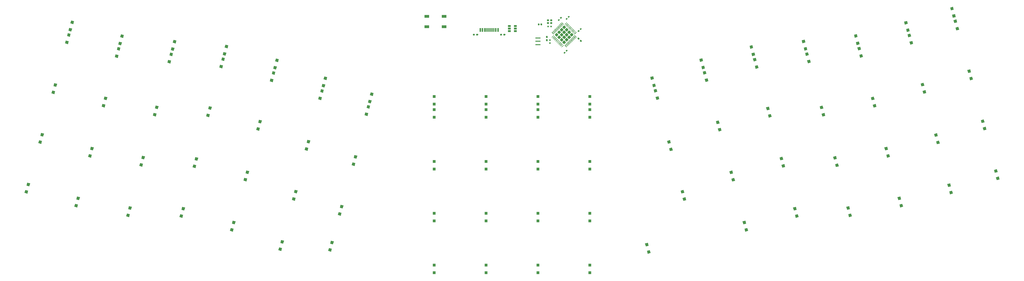
<source format=gtp>
G04 #@! TF.GenerationSoftware,KiCad,Pcbnew,(5.1.10)-1*
G04 #@! TF.CreationDate,2021-09-20T10:21:43+01:00*
G04 #@! TF.ProjectId,superlyra,73757065-726c-4797-9261-2e6b69636164,0.1*
G04 #@! TF.SameCoordinates,Original*
G04 #@! TF.FileFunction,Paste,Top*
G04 #@! TF.FilePolarity,Positive*
%FSLAX46Y46*%
G04 Gerber Fmt 4.6, Leading zero omitted, Abs format (unit mm)*
G04 Created by KiCad (PCBNEW (5.1.10)-1) date 2021-09-20 10:21:43*
%MOMM*%
%LPD*%
G01*
G04 APERTURE LIST*
%ADD10R,1.060000X0.650000*%
%ADD11C,0.100000*%
%ADD12R,0.600000X0.500000*%
%ADD13R,0.300000X1.450000*%
%ADD14R,0.600000X1.450000*%
%ADD15R,1.700000X1.000000*%
%ADD16R,1.100000X1.100000*%
%ADD17R,0.500000X0.600000*%
%ADD18R,1.900000X0.400000*%
G04 APERTURE END LIST*
G04 #@! TO.C,R3*
G36*
G01*
X230980000Y-85024000D02*
X231300000Y-85024000D01*
G75*
G02*
X231460000Y-85184000I0J-160000D01*
G01*
X231460000Y-85579000D01*
G75*
G02*
X231300000Y-85739000I-160000J0D01*
G01*
X230980000Y-85739000D01*
G75*
G02*
X230820000Y-85579000I0J160000D01*
G01*
X230820000Y-85184000D01*
G75*
G02*
X230980000Y-85024000I160000J0D01*
G01*
G37*
G36*
G01*
X230980000Y-86219000D02*
X231300000Y-86219000D01*
G75*
G02*
X231460000Y-86379000I0J-160000D01*
G01*
X231460000Y-86774000D01*
G75*
G02*
X231300000Y-86934000I-160000J0D01*
G01*
X230980000Y-86934000D01*
G75*
G02*
X230820000Y-86774000I0J160000D01*
G01*
X230820000Y-86379000D01*
G75*
G02*
X230980000Y-86219000I160000J0D01*
G01*
G37*
G04 #@! TD*
D10*
G04 #@! TO.C,U2*
X217340000Y-81346000D03*
X217340000Y-82296000D03*
X217340000Y-83246000D03*
X219540000Y-83246000D03*
X219540000Y-81346000D03*
X219540000Y-82296000D03*
G04 #@! TD*
D11*
G04 #@! TO.C,C2*
G36*
X238345736Y-79077818D02*
G01*
X237992182Y-78724264D01*
X238416446Y-78300000D01*
X238770000Y-78653554D01*
X238345736Y-79077818D01*
G37*
G36*
X239123554Y-78300000D02*
G01*
X238770000Y-77946446D01*
X239194264Y-77522182D01*
X239547818Y-77875736D01*
X239123554Y-78300000D01*
G37*
G04 #@! TD*
G04 #@! TO.C,C3*
G36*
X243513554Y-82830000D02*
G01*
X243160000Y-82476446D01*
X243584264Y-82052182D01*
X243937818Y-82405736D01*
X243513554Y-82830000D01*
G37*
G36*
X242735736Y-83607818D02*
G01*
X242382182Y-83254264D01*
X242806446Y-82830000D01*
X243160000Y-83183554D01*
X242735736Y-83607818D01*
G37*
G04 #@! TD*
G04 #@! TO.C,C4*
G36*
X238454264Y-89982182D02*
G01*
X238807818Y-90335736D01*
X238383554Y-90760000D01*
X238030000Y-90406446D01*
X238454264Y-89982182D01*
G37*
G36*
X237676446Y-90760000D02*
G01*
X238030000Y-91113554D01*
X237605736Y-91537818D01*
X237252182Y-91184264D01*
X237676446Y-90760000D01*
G37*
G04 #@! TD*
D12*
G04 #@! TO.C,C5*
X231606000Y-81534000D03*
X232706000Y-81534000D03*
G04 #@! TD*
G04 #@! TO.C,R1*
G36*
G01*
X233111000Y-80104000D02*
X233111000Y-80424000D01*
G75*
G02*
X232951000Y-80584000I-160000J0D01*
G01*
X232556000Y-80584000D01*
G75*
G02*
X232396000Y-80424000I0J160000D01*
G01*
X232396000Y-80104000D01*
G75*
G02*
X232556000Y-79944000I160000J0D01*
G01*
X232951000Y-79944000D01*
G75*
G02*
X233111000Y-80104000I0J-160000D01*
G01*
G37*
G36*
G01*
X231916000Y-80104000D02*
X231916000Y-80424000D01*
G75*
G02*
X231756000Y-80584000I-160000J0D01*
G01*
X231361000Y-80584000D01*
G75*
G02*
X231201000Y-80424000I0J160000D01*
G01*
X231201000Y-80104000D01*
G75*
G02*
X231361000Y-79944000I160000J0D01*
G01*
X231756000Y-79944000D01*
G75*
G02*
X231916000Y-80104000I0J-160000D01*
G01*
G37*
G04 #@! TD*
G04 #@! TO.C,R2*
G36*
G01*
X233111000Y-79088000D02*
X233111000Y-79408000D01*
G75*
G02*
X232951000Y-79568000I-160000J0D01*
G01*
X232556000Y-79568000D01*
G75*
G02*
X232396000Y-79408000I0J160000D01*
G01*
X232396000Y-79088000D01*
G75*
G02*
X232556000Y-78928000I160000J0D01*
G01*
X232951000Y-78928000D01*
G75*
G02*
X233111000Y-79088000I0J-160000D01*
G01*
G37*
G36*
G01*
X231916000Y-79088000D02*
X231916000Y-79408000D01*
G75*
G02*
X231756000Y-79568000I-160000J0D01*
G01*
X231361000Y-79568000D01*
G75*
G02*
X231201000Y-79408000I0J160000D01*
G01*
X231201000Y-79088000D01*
G75*
G02*
X231361000Y-78928000I160000J0D01*
G01*
X231756000Y-78928000D01*
G75*
G02*
X231916000Y-79088000I0J-160000D01*
G01*
G37*
G04 #@! TD*
G04 #@! TO.C,R4*
G36*
G01*
X243978424Y-86962150D02*
X243752150Y-87188424D01*
G75*
G02*
X243525876Y-87188424I-113137J113137D01*
G01*
X243246568Y-86909116D01*
G75*
G02*
X243246568Y-86682842I113137J113137D01*
G01*
X243472842Y-86456568D01*
G75*
G02*
X243699116Y-86456568I113137J-113137D01*
G01*
X243978424Y-86735876D01*
G75*
G02*
X243978424Y-86962150I-113137J-113137D01*
G01*
G37*
G36*
G01*
X243133432Y-86117158D02*
X242907158Y-86343432D01*
G75*
G02*
X242680884Y-86343432I-113137J113137D01*
G01*
X242401576Y-86064124D01*
G75*
G02*
X242401576Y-85837850I113137J113137D01*
G01*
X242627850Y-85611576D01*
G75*
G02*
X242854124Y-85611576I113137J-113137D01*
G01*
X243133432Y-85890884D01*
G75*
G02*
X243133432Y-86117158I-113137J-113137D01*
G01*
G37*
G04 #@! TD*
G04 #@! TO.C,R5*
G36*
G01*
X215895000Y-84370000D02*
X215895000Y-84690000D01*
G75*
G02*
X215735000Y-84850000I-160000J0D01*
G01*
X215340000Y-84850000D01*
G75*
G02*
X215180000Y-84690000I0J160000D01*
G01*
X215180000Y-84370000D01*
G75*
G02*
X215340000Y-84210000I160000J0D01*
G01*
X215735000Y-84210000D01*
G75*
G02*
X215895000Y-84370000I0J-160000D01*
G01*
G37*
G36*
G01*
X214700000Y-84370000D02*
X214700000Y-84690000D01*
G75*
G02*
X214540000Y-84850000I-160000J0D01*
G01*
X214145000Y-84850000D01*
G75*
G02*
X213985000Y-84690000I0J160000D01*
G01*
X213985000Y-84370000D01*
G75*
G02*
X214145000Y-84210000I160000J0D01*
G01*
X214540000Y-84210000D01*
G75*
G02*
X214700000Y-84370000I0J-160000D01*
G01*
G37*
G04 #@! TD*
G04 #@! TO.C,R6*
G36*
G01*
X205190000Y-84700000D02*
X205190000Y-84380000D01*
G75*
G02*
X205350000Y-84220000I160000J0D01*
G01*
X205745000Y-84220000D01*
G75*
G02*
X205905000Y-84380000I0J-160000D01*
G01*
X205905000Y-84700000D01*
G75*
G02*
X205745000Y-84860000I-160000J0D01*
G01*
X205350000Y-84860000D01*
G75*
G02*
X205190000Y-84700000I0J160000D01*
G01*
G37*
G36*
G01*
X203995000Y-84700000D02*
X203995000Y-84380000D01*
G75*
G02*
X204155000Y-84220000I160000J0D01*
G01*
X204550000Y-84220000D01*
G75*
G02*
X204710000Y-84380000I0J-160000D01*
G01*
X204710000Y-84700000D01*
G75*
G02*
X204550000Y-84860000I-160000J0D01*
G01*
X204155000Y-84860000D01*
G75*
G02*
X203995000Y-84700000I0J160000D01*
G01*
G37*
G04 #@! TD*
G04 #@! TO.C,U1*
G36*
G01*
X236924314Y-87162940D02*
X237313224Y-86774030D01*
G75*
G02*
X237666776Y-86774030I176776J-176776D01*
G01*
X238055686Y-87162940D01*
G75*
G02*
X238055686Y-87516492I-176776J-176776D01*
G01*
X237666776Y-87905402D01*
G75*
G02*
X237313224Y-87905402I-176776J176776D01*
G01*
X236924314Y-87516492D01*
G75*
G02*
X236924314Y-87162940I176776J176776D01*
G01*
G37*
G36*
G01*
X237843553Y-86243702D02*
X238232463Y-85854792D01*
G75*
G02*
X238586015Y-85854792I176776J-176776D01*
G01*
X238974925Y-86243702D01*
G75*
G02*
X238974925Y-86597254I-176776J-176776D01*
G01*
X238586015Y-86986164D01*
G75*
G02*
X238232463Y-86986164I-176776J176776D01*
G01*
X237843553Y-86597254D01*
G75*
G02*
X237843553Y-86243702I176776J176776D01*
G01*
G37*
G36*
G01*
X238762792Y-85324463D02*
X239151702Y-84935553D01*
G75*
G02*
X239505254Y-84935553I176776J-176776D01*
G01*
X239894164Y-85324463D01*
G75*
G02*
X239894164Y-85678015I-176776J-176776D01*
G01*
X239505254Y-86066925D01*
G75*
G02*
X239151702Y-86066925I-176776J176776D01*
G01*
X238762792Y-85678015D01*
G75*
G02*
X238762792Y-85324463I176776J176776D01*
G01*
G37*
G36*
G01*
X239682030Y-84405224D02*
X240070940Y-84016314D01*
G75*
G02*
X240424492Y-84016314I176776J-176776D01*
G01*
X240813402Y-84405224D01*
G75*
G02*
X240813402Y-84758776I-176776J-176776D01*
G01*
X240424492Y-85147686D01*
G75*
G02*
X240070940Y-85147686I-176776J176776D01*
G01*
X239682030Y-84758776D01*
G75*
G02*
X239682030Y-84405224I176776J176776D01*
G01*
G37*
G36*
G01*
X236005075Y-86243702D02*
X236393985Y-85854792D01*
G75*
G02*
X236747537Y-85854792I176776J-176776D01*
G01*
X237136447Y-86243702D01*
G75*
G02*
X237136447Y-86597254I-176776J-176776D01*
G01*
X236747537Y-86986164D01*
G75*
G02*
X236393985Y-86986164I-176776J176776D01*
G01*
X236005075Y-86597254D01*
G75*
G02*
X236005075Y-86243702I176776J176776D01*
G01*
G37*
G36*
G01*
X236924314Y-85324463D02*
X237313224Y-84935553D01*
G75*
G02*
X237666776Y-84935553I176776J-176776D01*
G01*
X238055686Y-85324463D01*
G75*
G02*
X238055686Y-85678015I-176776J-176776D01*
G01*
X237666776Y-86066925D01*
G75*
G02*
X237313224Y-86066925I-176776J176776D01*
G01*
X236924314Y-85678015D01*
G75*
G02*
X236924314Y-85324463I176776J176776D01*
G01*
G37*
G36*
G01*
X237843553Y-84405224D02*
X238232463Y-84016314D01*
G75*
G02*
X238586015Y-84016314I176776J-176776D01*
G01*
X238974925Y-84405224D01*
G75*
G02*
X238974925Y-84758776I-176776J-176776D01*
G01*
X238586015Y-85147686D01*
G75*
G02*
X238232463Y-85147686I-176776J176776D01*
G01*
X237843553Y-84758776D01*
G75*
G02*
X237843553Y-84405224I176776J176776D01*
G01*
G37*
G36*
G01*
X238762792Y-83485985D02*
X239151702Y-83097075D01*
G75*
G02*
X239505254Y-83097075I176776J-176776D01*
G01*
X239894164Y-83485985D01*
G75*
G02*
X239894164Y-83839537I-176776J-176776D01*
G01*
X239505254Y-84228447D01*
G75*
G02*
X239151702Y-84228447I-176776J176776D01*
G01*
X238762792Y-83839537D01*
G75*
G02*
X238762792Y-83485985I176776J176776D01*
G01*
G37*
G36*
G01*
X235085836Y-85324463D02*
X235474746Y-84935553D01*
G75*
G02*
X235828298Y-84935553I176776J-176776D01*
G01*
X236217208Y-85324463D01*
G75*
G02*
X236217208Y-85678015I-176776J-176776D01*
G01*
X235828298Y-86066925D01*
G75*
G02*
X235474746Y-86066925I-176776J176776D01*
G01*
X235085836Y-85678015D01*
G75*
G02*
X235085836Y-85324463I176776J176776D01*
G01*
G37*
G36*
G01*
X236005075Y-84405224D02*
X236393985Y-84016314D01*
G75*
G02*
X236747537Y-84016314I176776J-176776D01*
G01*
X237136447Y-84405224D01*
G75*
G02*
X237136447Y-84758776I-176776J-176776D01*
G01*
X236747537Y-85147686D01*
G75*
G02*
X236393985Y-85147686I-176776J176776D01*
G01*
X236005075Y-84758776D01*
G75*
G02*
X236005075Y-84405224I176776J176776D01*
G01*
G37*
G36*
G01*
X236924314Y-83485985D02*
X237313224Y-83097075D01*
G75*
G02*
X237666776Y-83097075I176776J-176776D01*
G01*
X238055686Y-83485985D01*
G75*
G02*
X238055686Y-83839537I-176776J-176776D01*
G01*
X237666776Y-84228447D01*
G75*
G02*
X237313224Y-84228447I-176776J176776D01*
G01*
X236924314Y-83839537D01*
G75*
G02*
X236924314Y-83485985I176776J176776D01*
G01*
G37*
G36*
G01*
X237843553Y-82566746D02*
X238232463Y-82177836D01*
G75*
G02*
X238586015Y-82177836I176776J-176776D01*
G01*
X238974925Y-82566746D01*
G75*
G02*
X238974925Y-82920298I-176776J-176776D01*
G01*
X238586015Y-83309208D01*
G75*
G02*
X238232463Y-83309208I-176776J176776D01*
G01*
X237843553Y-82920298D01*
G75*
G02*
X237843553Y-82566746I176776J176776D01*
G01*
G37*
G36*
G01*
X234166598Y-84405224D02*
X234555508Y-84016314D01*
G75*
G02*
X234909060Y-84016314I176776J-176776D01*
G01*
X235297970Y-84405224D01*
G75*
G02*
X235297970Y-84758776I-176776J-176776D01*
G01*
X234909060Y-85147686D01*
G75*
G02*
X234555508Y-85147686I-176776J176776D01*
G01*
X234166598Y-84758776D01*
G75*
G02*
X234166598Y-84405224I176776J176776D01*
G01*
G37*
G36*
G01*
X235085836Y-83485985D02*
X235474746Y-83097075D01*
G75*
G02*
X235828298Y-83097075I176776J-176776D01*
G01*
X236217208Y-83485985D01*
G75*
G02*
X236217208Y-83839537I-176776J-176776D01*
G01*
X235828298Y-84228447D01*
G75*
G02*
X235474746Y-84228447I-176776J176776D01*
G01*
X235085836Y-83839537D01*
G75*
G02*
X235085836Y-83485985I176776J176776D01*
G01*
G37*
G36*
G01*
X236005075Y-82566746D02*
X236393985Y-82177836D01*
G75*
G02*
X236747537Y-82177836I176776J-176776D01*
G01*
X237136447Y-82566746D01*
G75*
G02*
X237136447Y-82920298I-176776J-176776D01*
G01*
X236747537Y-83309208D01*
G75*
G02*
X236393985Y-83309208I-176776J176776D01*
G01*
X236005075Y-82920298D01*
G75*
G02*
X236005075Y-82566746I176776J176776D01*
G01*
G37*
G36*
G01*
X236924314Y-81647508D02*
X237313224Y-81258598D01*
G75*
G02*
X237666776Y-81258598I176776J-176776D01*
G01*
X238055686Y-81647508D01*
G75*
G02*
X238055686Y-82001060I-176776J-176776D01*
G01*
X237666776Y-82389970D01*
G75*
G02*
X237313224Y-82389970I-176776J176776D01*
G01*
X236924314Y-82001060D01*
G75*
G02*
X236924314Y-81647508I176776J176776D01*
G01*
G37*
G36*
G01*
X237657938Y-80701752D02*
X238329690Y-80030000D01*
G75*
G02*
X238418078Y-80030000I44194J-44194D01*
G01*
X238506466Y-80118388D01*
G75*
G02*
X238506466Y-80206776I-44194J-44194D01*
G01*
X237834714Y-80878528D01*
G75*
G02*
X237746326Y-80878528I-44194J44194D01*
G01*
X237657938Y-80790140D01*
G75*
G02*
X237657938Y-80701752I44194J44194D01*
G01*
G37*
G36*
G01*
X238011491Y-81055306D02*
X238683243Y-80383554D01*
G75*
G02*
X238771631Y-80383554I44194J-44194D01*
G01*
X238860019Y-80471942D01*
G75*
G02*
X238860019Y-80560330I-44194J-44194D01*
G01*
X238188267Y-81232082D01*
G75*
G02*
X238099879Y-81232082I-44194J44194D01*
G01*
X238011491Y-81143694D01*
G75*
G02*
X238011491Y-81055306I44194J44194D01*
G01*
G37*
G36*
G01*
X238365045Y-81408859D02*
X239036797Y-80737107D01*
G75*
G02*
X239125185Y-80737107I44194J-44194D01*
G01*
X239213573Y-80825495D01*
G75*
G02*
X239213573Y-80913883I-44194J-44194D01*
G01*
X238541821Y-81585635D01*
G75*
G02*
X238453433Y-81585635I-44194J44194D01*
G01*
X238365045Y-81497247D01*
G75*
G02*
X238365045Y-81408859I44194J44194D01*
G01*
G37*
G36*
G01*
X238718598Y-81762412D02*
X239390350Y-81090660D01*
G75*
G02*
X239478738Y-81090660I44194J-44194D01*
G01*
X239567126Y-81179048D01*
G75*
G02*
X239567126Y-81267436I-44194J-44194D01*
G01*
X238895374Y-81939188D01*
G75*
G02*
X238806986Y-81939188I-44194J44194D01*
G01*
X238718598Y-81850800D01*
G75*
G02*
X238718598Y-81762412I44194J44194D01*
G01*
G37*
G36*
G01*
X239072151Y-82115966D02*
X239743903Y-81444214D01*
G75*
G02*
X239832291Y-81444214I44194J-44194D01*
G01*
X239920679Y-81532602D01*
G75*
G02*
X239920679Y-81620990I-44194J-44194D01*
G01*
X239248927Y-82292742D01*
G75*
G02*
X239160539Y-82292742I-44194J44194D01*
G01*
X239072151Y-82204354D01*
G75*
G02*
X239072151Y-82115966I44194J44194D01*
G01*
G37*
G36*
G01*
X239425705Y-82469519D02*
X240097457Y-81797767D01*
G75*
G02*
X240185845Y-81797767I44194J-44194D01*
G01*
X240274233Y-81886155D01*
G75*
G02*
X240274233Y-81974543I-44194J-44194D01*
G01*
X239602481Y-82646295D01*
G75*
G02*
X239514093Y-82646295I-44194J44194D01*
G01*
X239425705Y-82557907D01*
G75*
G02*
X239425705Y-82469519I44194J44194D01*
G01*
G37*
G36*
G01*
X239779258Y-82823073D02*
X240451010Y-82151321D01*
G75*
G02*
X240539398Y-82151321I44194J-44194D01*
G01*
X240627786Y-82239709D01*
G75*
G02*
X240627786Y-82328097I-44194J-44194D01*
G01*
X239956034Y-82999849D01*
G75*
G02*
X239867646Y-82999849I-44194J44194D01*
G01*
X239779258Y-82911461D01*
G75*
G02*
X239779258Y-82823073I44194J44194D01*
G01*
G37*
G36*
G01*
X240132812Y-83176626D02*
X240804564Y-82504874D01*
G75*
G02*
X240892952Y-82504874I44194J-44194D01*
G01*
X240981340Y-82593262D01*
G75*
G02*
X240981340Y-82681650I-44194J-44194D01*
G01*
X240309588Y-83353402D01*
G75*
G02*
X240221200Y-83353402I-44194J44194D01*
G01*
X240132812Y-83265014D01*
G75*
G02*
X240132812Y-83176626I44194J44194D01*
G01*
G37*
G36*
G01*
X240486365Y-83530179D02*
X241158117Y-82858427D01*
G75*
G02*
X241246505Y-82858427I44194J-44194D01*
G01*
X241334893Y-82946815D01*
G75*
G02*
X241334893Y-83035203I-44194J-44194D01*
G01*
X240663141Y-83706955D01*
G75*
G02*
X240574753Y-83706955I-44194J44194D01*
G01*
X240486365Y-83618567D01*
G75*
G02*
X240486365Y-83530179I44194J44194D01*
G01*
G37*
G36*
G01*
X240839918Y-83883733D02*
X241511670Y-83211981D01*
G75*
G02*
X241600058Y-83211981I44194J-44194D01*
G01*
X241688446Y-83300369D01*
G75*
G02*
X241688446Y-83388757I-44194J-44194D01*
G01*
X241016694Y-84060509D01*
G75*
G02*
X240928306Y-84060509I-44194J44194D01*
G01*
X240839918Y-83972121D01*
G75*
G02*
X240839918Y-83883733I44194J44194D01*
G01*
G37*
G36*
G01*
X241193472Y-84237286D02*
X241865224Y-83565534D01*
G75*
G02*
X241953612Y-83565534I44194J-44194D01*
G01*
X242042000Y-83653922D01*
G75*
G02*
X242042000Y-83742310I-44194J-44194D01*
G01*
X241370248Y-84414062D01*
G75*
G02*
X241281860Y-84414062I-44194J44194D01*
G01*
X241193472Y-84325674D01*
G75*
G02*
X241193472Y-84237286I44194J44194D01*
G01*
G37*
G36*
G01*
X241193472Y-84838326D02*
X241281860Y-84749938D01*
G75*
G02*
X241370248Y-84749938I44194J-44194D01*
G01*
X242042000Y-85421690D01*
G75*
G02*
X242042000Y-85510078I-44194J-44194D01*
G01*
X241953612Y-85598466D01*
G75*
G02*
X241865224Y-85598466I-44194J44194D01*
G01*
X241193472Y-84926714D01*
G75*
G02*
X241193472Y-84838326I44194J44194D01*
G01*
G37*
G36*
G01*
X240839918Y-85191879D02*
X240928306Y-85103491D01*
G75*
G02*
X241016694Y-85103491I44194J-44194D01*
G01*
X241688446Y-85775243D01*
G75*
G02*
X241688446Y-85863631I-44194J-44194D01*
G01*
X241600058Y-85952019D01*
G75*
G02*
X241511670Y-85952019I-44194J44194D01*
G01*
X240839918Y-85280267D01*
G75*
G02*
X240839918Y-85191879I44194J44194D01*
G01*
G37*
G36*
G01*
X240486365Y-85545433D02*
X240574753Y-85457045D01*
G75*
G02*
X240663141Y-85457045I44194J-44194D01*
G01*
X241334893Y-86128797D01*
G75*
G02*
X241334893Y-86217185I-44194J-44194D01*
G01*
X241246505Y-86305573D01*
G75*
G02*
X241158117Y-86305573I-44194J44194D01*
G01*
X240486365Y-85633821D01*
G75*
G02*
X240486365Y-85545433I44194J44194D01*
G01*
G37*
G36*
G01*
X240132812Y-85898986D02*
X240221200Y-85810598D01*
G75*
G02*
X240309588Y-85810598I44194J-44194D01*
G01*
X240981340Y-86482350D01*
G75*
G02*
X240981340Y-86570738I-44194J-44194D01*
G01*
X240892952Y-86659126D01*
G75*
G02*
X240804564Y-86659126I-44194J44194D01*
G01*
X240132812Y-85987374D01*
G75*
G02*
X240132812Y-85898986I44194J44194D01*
G01*
G37*
G36*
G01*
X239779258Y-86252539D02*
X239867646Y-86164151D01*
G75*
G02*
X239956034Y-86164151I44194J-44194D01*
G01*
X240627786Y-86835903D01*
G75*
G02*
X240627786Y-86924291I-44194J-44194D01*
G01*
X240539398Y-87012679D01*
G75*
G02*
X240451010Y-87012679I-44194J44194D01*
G01*
X239779258Y-86340927D01*
G75*
G02*
X239779258Y-86252539I44194J44194D01*
G01*
G37*
G36*
G01*
X239425705Y-86606093D02*
X239514093Y-86517705D01*
G75*
G02*
X239602481Y-86517705I44194J-44194D01*
G01*
X240274233Y-87189457D01*
G75*
G02*
X240274233Y-87277845I-44194J-44194D01*
G01*
X240185845Y-87366233D01*
G75*
G02*
X240097457Y-87366233I-44194J44194D01*
G01*
X239425705Y-86694481D01*
G75*
G02*
X239425705Y-86606093I44194J44194D01*
G01*
G37*
G36*
G01*
X239072151Y-86959646D02*
X239160539Y-86871258D01*
G75*
G02*
X239248927Y-86871258I44194J-44194D01*
G01*
X239920679Y-87543010D01*
G75*
G02*
X239920679Y-87631398I-44194J-44194D01*
G01*
X239832291Y-87719786D01*
G75*
G02*
X239743903Y-87719786I-44194J44194D01*
G01*
X239072151Y-87048034D01*
G75*
G02*
X239072151Y-86959646I44194J44194D01*
G01*
G37*
G36*
G01*
X238718598Y-87313200D02*
X238806986Y-87224812D01*
G75*
G02*
X238895374Y-87224812I44194J-44194D01*
G01*
X239567126Y-87896564D01*
G75*
G02*
X239567126Y-87984952I-44194J-44194D01*
G01*
X239478738Y-88073340D01*
G75*
G02*
X239390350Y-88073340I-44194J44194D01*
G01*
X238718598Y-87401588D01*
G75*
G02*
X238718598Y-87313200I44194J44194D01*
G01*
G37*
G36*
G01*
X238365045Y-87666753D02*
X238453433Y-87578365D01*
G75*
G02*
X238541821Y-87578365I44194J-44194D01*
G01*
X239213573Y-88250117D01*
G75*
G02*
X239213573Y-88338505I-44194J-44194D01*
G01*
X239125185Y-88426893D01*
G75*
G02*
X239036797Y-88426893I-44194J44194D01*
G01*
X238365045Y-87755141D01*
G75*
G02*
X238365045Y-87666753I44194J44194D01*
G01*
G37*
G36*
G01*
X238011491Y-88020306D02*
X238099879Y-87931918D01*
G75*
G02*
X238188267Y-87931918I44194J-44194D01*
G01*
X238860019Y-88603670D01*
G75*
G02*
X238860019Y-88692058I-44194J-44194D01*
G01*
X238771631Y-88780446D01*
G75*
G02*
X238683243Y-88780446I-44194J44194D01*
G01*
X238011491Y-88108694D01*
G75*
G02*
X238011491Y-88020306I44194J44194D01*
G01*
G37*
G36*
G01*
X237657938Y-88373860D02*
X237746326Y-88285472D01*
G75*
G02*
X237834714Y-88285472I44194J-44194D01*
G01*
X238506466Y-88957224D01*
G75*
G02*
X238506466Y-89045612I-44194J-44194D01*
G01*
X238418078Y-89134000D01*
G75*
G02*
X238329690Y-89134000I-44194J44194D01*
G01*
X237657938Y-88462248D01*
G75*
G02*
X237657938Y-88373860I44194J44194D01*
G01*
G37*
G36*
G01*
X236473534Y-88957224D02*
X237145286Y-88285472D01*
G75*
G02*
X237233674Y-88285472I44194J-44194D01*
G01*
X237322062Y-88373860D01*
G75*
G02*
X237322062Y-88462248I-44194J-44194D01*
G01*
X236650310Y-89134000D01*
G75*
G02*
X236561922Y-89134000I-44194J44194D01*
G01*
X236473534Y-89045612D01*
G75*
G02*
X236473534Y-88957224I44194J44194D01*
G01*
G37*
G36*
G01*
X236119981Y-88603670D02*
X236791733Y-87931918D01*
G75*
G02*
X236880121Y-87931918I44194J-44194D01*
G01*
X236968509Y-88020306D01*
G75*
G02*
X236968509Y-88108694I-44194J-44194D01*
G01*
X236296757Y-88780446D01*
G75*
G02*
X236208369Y-88780446I-44194J44194D01*
G01*
X236119981Y-88692058D01*
G75*
G02*
X236119981Y-88603670I44194J44194D01*
G01*
G37*
G36*
G01*
X235766427Y-88250117D02*
X236438179Y-87578365D01*
G75*
G02*
X236526567Y-87578365I44194J-44194D01*
G01*
X236614955Y-87666753D01*
G75*
G02*
X236614955Y-87755141I-44194J-44194D01*
G01*
X235943203Y-88426893D01*
G75*
G02*
X235854815Y-88426893I-44194J44194D01*
G01*
X235766427Y-88338505D01*
G75*
G02*
X235766427Y-88250117I44194J44194D01*
G01*
G37*
G36*
G01*
X235412874Y-87896564D02*
X236084626Y-87224812D01*
G75*
G02*
X236173014Y-87224812I44194J-44194D01*
G01*
X236261402Y-87313200D01*
G75*
G02*
X236261402Y-87401588I-44194J-44194D01*
G01*
X235589650Y-88073340D01*
G75*
G02*
X235501262Y-88073340I-44194J44194D01*
G01*
X235412874Y-87984952D01*
G75*
G02*
X235412874Y-87896564I44194J44194D01*
G01*
G37*
G36*
G01*
X235059321Y-87543010D02*
X235731073Y-86871258D01*
G75*
G02*
X235819461Y-86871258I44194J-44194D01*
G01*
X235907849Y-86959646D01*
G75*
G02*
X235907849Y-87048034I-44194J-44194D01*
G01*
X235236097Y-87719786D01*
G75*
G02*
X235147709Y-87719786I-44194J44194D01*
G01*
X235059321Y-87631398D01*
G75*
G02*
X235059321Y-87543010I44194J44194D01*
G01*
G37*
G36*
G01*
X234705767Y-87189457D02*
X235377519Y-86517705D01*
G75*
G02*
X235465907Y-86517705I44194J-44194D01*
G01*
X235554295Y-86606093D01*
G75*
G02*
X235554295Y-86694481I-44194J-44194D01*
G01*
X234882543Y-87366233D01*
G75*
G02*
X234794155Y-87366233I-44194J44194D01*
G01*
X234705767Y-87277845D01*
G75*
G02*
X234705767Y-87189457I44194J44194D01*
G01*
G37*
G36*
G01*
X234352214Y-86835903D02*
X235023966Y-86164151D01*
G75*
G02*
X235112354Y-86164151I44194J-44194D01*
G01*
X235200742Y-86252539D01*
G75*
G02*
X235200742Y-86340927I-44194J-44194D01*
G01*
X234528990Y-87012679D01*
G75*
G02*
X234440602Y-87012679I-44194J44194D01*
G01*
X234352214Y-86924291D01*
G75*
G02*
X234352214Y-86835903I44194J44194D01*
G01*
G37*
G36*
G01*
X233998660Y-86482350D02*
X234670412Y-85810598D01*
G75*
G02*
X234758800Y-85810598I44194J-44194D01*
G01*
X234847188Y-85898986D01*
G75*
G02*
X234847188Y-85987374I-44194J-44194D01*
G01*
X234175436Y-86659126D01*
G75*
G02*
X234087048Y-86659126I-44194J44194D01*
G01*
X233998660Y-86570738D01*
G75*
G02*
X233998660Y-86482350I44194J44194D01*
G01*
G37*
G36*
G01*
X233645107Y-86128797D02*
X234316859Y-85457045D01*
G75*
G02*
X234405247Y-85457045I44194J-44194D01*
G01*
X234493635Y-85545433D01*
G75*
G02*
X234493635Y-85633821I-44194J-44194D01*
G01*
X233821883Y-86305573D01*
G75*
G02*
X233733495Y-86305573I-44194J44194D01*
G01*
X233645107Y-86217185D01*
G75*
G02*
X233645107Y-86128797I44194J44194D01*
G01*
G37*
G36*
G01*
X233291554Y-85775243D02*
X233963306Y-85103491D01*
G75*
G02*
X234051694Y-85103491I44194J-44194D01*
G01*
X234140082Y-85191879D01*
G75*
G02*
X234140082Y-85280267I-44194J-44194D01*
G01*
X233468330Y-85952019D01*
G75*
G02*
X233379942Y-85952019I-44194J44194D01*
G01*
X233291554Y-85863631D01*
G75*
G02*
X233291554Y-85775243I44194J44194D01*
G01*
G37*
G36*
G01*
X232938000Y-85421690D02*
X233609752Y-84749938D01*
G75*
G02*
X233698140Y-84749938I44194J-44194D01*
G01*
X233786528Y-84838326D01*
G75*
G02*
X233786528Y-84926714I-44194J-44194D01*
G01*
X233114776Y-85598466D01*
G75*
G02*
X233026388Y-85598466I-44194J44194D01*
G01*
X232938000Y-85510078D01*
G75*
G02*
X232938000Y-85421690I44194J44194D01*
G01*
G37*
G36*
G01*
X232938000Y-83653922D02*
X233026388Y-83565534D01*
G75*
G02*
X233114776Y-83565534I44194J-44194D01*
G01*
X233786528Y-84237286D01*
G75*
G02*
X233786528Y-84325674I-44194J-44194D01*
G01*
X233698140Y-84414062D01*
G75*
G02*
X233609752Y-84414062I-44194J44194D01*
G01*
X232938000Y-83742310D01*
G75*
G02*
X232938000Y-83653922I44194J44194D01*
G01*
G37*
G36*
G01*
X233291554Y-83300369D02*
X233379942Y-83211981D01*
G75*
G02*
X233468330Y-83211981I44194J-44194D01*
G01*
X234140082Y-83883733D01*
G75*
G02*
X234140082Y-83972121I-44194J-44194D01*
G01*
X234051694Y-84060509D01*
G75*
G02*
X233963306Y-84060509I-44194J44194D01*
G01*
X233291554Y-83388757D01*
G75*
G02*
X233291554Y-83300369I44194J44194D01*
G01*
G37*
G36*
G01*
X233645107Y-82946815D02*
X233733495Y-82858427D01*
G75*
G02*
X233821883Y-82858427I44194J-44194D01*
G01*
X234493635Y-83530179D01*
G75*
G02*
X234493635Y-83618567I-44194J-44194D01*
G01*
X234405247Y-83706955D01*
G75*
G02*
X234316859Y-83706955I-44194J44194D01*
G01*
X233645107Y-83035203D01*
G75*
G02*
X233645107Y-82946815I44194J44194D01*
G01*
G37*
G36*
G01*
X233998660Y-82593262D02*
X234087048Y-82504874D01*
G75*
G02*
X234175436Y-82504874I44194J-44194D01*
G01*
X234847188Y-83176626D01*
G75*
G02*
X234847188Y-83265014I-44194J-44194D01*
G01*
X234758800Y-83353402D01*
G75*
G02*
X234670412Y-83353402I-44194J44194D01*
G01*
X233998660Y-82681650D01*
G75*
G02*
X233998660Y-82593262I44194J44194D01*
G01*
G37*
G36*
G01*
X234352214Y-82239709D02*
X234440602Y-82151321D01*
G75*
G02*
X234528990Y-82151321I44194J-44194D01*
G01*
X235200742Y-82823073D01*
G75*
G02*
X235200742Y-82911461I-44194J-44194D01*
G01*
X235112354Y-82999849D01*
G75*
G02*
X235023966Y-82999849I-44194J44194D01*
G01*
X234352214Y-82328097D01*
G75*
G02*
X234352214Y-82239709I44194J44194D01*
G01*
G37*
G36*
G01*
X234705767Y-81886155D02*
X234794155Y-81797767D01*
G75*
G02*
X234882543Y-81797767I44194J-44194D01*
G01*
X235554295Y-82469519D01*
G75*
G02*
X235554295Y-82557907I-44194J-44194D01*
G01*
X235465907Y-82646295D01*
G75*
G02*
X235377519Y-82646295I-44194J44194D01*
G01*
X234705767Y-81974543D01*
G75*
G02*
X234705767Y-81886155I44194J44194D01*
G01*
G37*
G36*
G01*
X235059321Y-81532602D02*
X235147709Y-81444214D01*
G75*
G02*
X235236097Y-81444214I44194J-44194D01*
G01*
X235907849Y-82115966D01*
G75*
G02*
X235907849Y-82204354I-44194J-44194D01*
G01*
X235819461Y-82292742D01*
G75*
G02*
X235731073Y-82292742I-44194J44194D01*
G01*
X235059321Y-81620990D01*
G75*
G02*
X235059321Y-81532602I44194J44194D01*
G01*
G37*
G36*
G01*
X235412874Y-81179048D02*
X235501262Y-81090660D01*
G75*
G02*
X235589650Y-81090660I44194J-44194D01*
G01*
X236261402Y-81762412D01*
G75*
G02*
X236261402Y-81850800I-44194J-44194D01*
G01*
X236173014Y-81939188D01*
G75*
G02*
X236084626Y-81939188I-44194J44194D01*
G01*
X235412874Y-81267436D01*
G75*
G02*
X235412874Y-81179048I44194J44194D01*
G01*
G37*
G36*
G01*
X235766427Y-80825495D02*
X235854815Y-80737107D01*
G75*
G02*
X235943203Y-80737107I44194J-44194D01*
G01*
X236614955Y-81408859D01*
G75*
G02*
X236614955Y-81497247I-44194J-44194D01*
G01*
X236526567Y-81585635D01*
G75*
G02*
X236438179Y-81585635I-44194J44194D01*
G01*
X235766427Y-80913883D01*
G75*
G02*
X235766427Y-80825495I44194J44194D01*
G01*
G37*
G36*
G01*
X236119981Y-80471942D02*
X236208369Y-80383554D01*
G75*
G02*
X236296757Y-80383554I44194J-44194D01*
G01*
X236968509Y-81055306D01*
G75*
G02*
X236968509Y-81143694I-44194J-44194D01*
G01*
X236880121Y-81232082D01*
G75*
G02*
X236791733Y-81232082I-44194J44194D01*
G01*
X236119981Y-80560330D01*
G75*
G02*
X236119981Y-80471942I44194J44194D01*
G01*
G37*
G36*
G01*
X236473534Y-80118388D02*
X236561922Y-80030000D01*
G75*
G02*
X236650310Y-80030000I44194J-44194D01*
G01*
X237322062Y-80701752D01*
G75*
G02*
X237322062Y-80790140I-44194J-44194D01*
G01*
X237233674Y-80878528D01*
G75*
G02*
X237145286Y-80878528I-44194J44194D01*
G01*
X236473534Y-80206776D01*
G75*
G02*
X236473534Y-80118388I44194J44194D01*
G01*
G37*
G04 #@! TD*
D13*
G04 #@! TO.C,J1*
X210191997Y-82785000D03*
X208191997Y-82785000D03*
X208691997Y-82785000D03*
X209191997Y-82785000D03*
X209691997Y-82785000D03*
X210691997Y-82785000D03*
X211191997Y-82785000D03*
X211691997Y-82785000D03*
D14*
X206691997Y-82785000D03*
X207491997Y-82785000D03*
X212391997Y-82785000D03*
X213191997Y-82785000D03*
X213191997Y-82785000D03*
X212391997Y-82785000D03*
X207491997Y-82785000D03*
X206691997Y-82785000D03*
G04 #@! TD*
D15*
G04 #@! TO.C,SWRST1*
X193396000Y-81656000D03*
X187096000Y-81656000D03*
X193396000Y-77856000D03*
X187096000Y-77856000D03*
G04 #@! TD*
D11*
G04 #@! TO.C,C1*
G36*
X236273554Y-78720000D02*
G01*
X235920000Y-78366446D01*
X236344264Y-77942182D01*
X236697818Y-78295736D01*
X236273554Y-78720000D01*
G37*
G36*
X235495736Y-79497818D02*
G01*
X235142182Y-79144264D01*
X235566446Y-78720000D01*
X235920000Y-79073554D01*
X235495736Y-79497818D01*
G37*
G04 #@! TD*
G04 #@! TO.C,D1*
G36*
X56533392Y-83370657D02*
G01*
X55470873Y-83085956D01*
X55755574Y-82023437D01*
X56818093Y-82308138D01*
X56533392Y-83370657D01*
G37*
G36*
X57258086Y-80666065D02*
G01*
X56195567Y-80381364D01*
X56480268Y-79318845D01*
X57542787Y-79603546D01*
X57258086Y-80666065D01*
G37*
G04 #@! TD*
G04 #@! TO.C,D2*
G36*
X74821392Y-88450657D02*
G01*
X73758873Y-88165956D01*
X74043574Y-87103437D01*
X75106093Y-87388138D01*
X74821392Y-88450657D01*
G37*
G36*
X75546086Y-85746065D02*
G01*
X74483567Y-85461364D01*
X74768268Y-84398845D01*
X75830787Y-84683546D01*
X75546086Y-85746065D01*
G37*
G04 #@! TD*
G04 #@! TO.C,D3*
G36*
X94850086Y-87778065D02*
G01*
X93787567Y-87493364D01*
X94072268Y-86430845D01*
X95134787Y-86715546D01*
X94850086Y-87778065D01*
G37*
G36*
X94125392Y-90482657D02*
G01*
X93062873Y-90197956D01*
X93347574Y-89135437D01*
X94410093Y-89420138D01*
X94125392Y-90482657D01*
G37*
G04 #@! TD*
G04 #@! TO.C,D4*
G36*
X113900086Y-89556065D02*
G01*
X112837567Y-89271364D01*
X113122268Y-88208845D01*
X114184787Y-88493546D01*
X113900086Y-89556065D01*
G37*
G36*
X113175392Y-92260657D02*
G01*
X112112873Y-91975956D01*
X112397574Y-90913437D01*
X113460093Y-91198138D01*
X113175392Y-92260657D01*
G37*
G04 #@! TD*
G04 #@! TO.C,D5*
G36*
X132442086Y-94636065D02*
G01*
X131379567Y-94351364D01*
X131664268Y-93288845D01*
X132726787Y-93573546D01*
X132442086Y-94636065D01*
G37*
G36*
X131717392Y-97340657D02*
G01*
X130654873Y-97055956D01*
X130939574Y-95993437D01*
X132002093Y-96278138D01*
X131717392Y-97340657D01*
G37*
G04 #@! TD*
G04 #@! TO.C,D6*
G36*
X149497392Y-103944657D02*
G01*
X148434873Y-103659956D01*
X148719574Y-102597437D01*
X149782093Y-102882138D01*
X149497392Y-103944657D01*
G37*
G36*
X150222086Y-101240065D02*
G01*
X149159567Y-100955364D01*
X149444268Y-99892845D01*
X150506787Y-100177546D01*
X150222086Y-101240065D01*
G37*
G04 #@! TD*
G04 #@! TO.C,D7*
G36*
X167240086Y-107082065D02*
G01*
X166177567Y-106797364D01*
X166462268Y-105734845D01*
X167524787Y-106019546D01*
X167240086Y-107082065D01*
G37*
G36*
X166515392Y-109786657D02*
G01*
X165452873Y-109501956D01*
X165737574Y-108439437D01*
X166800093Y-108724138D01*
X166515392Y-109786657D01*
G37*
G04 #@! TD*
D16*
G04 #@! TO.C,D8*
X189738000Y-110112000D03*
X189738000Y-107312000D03*
G04 #@! TD*
G04 #@! TO.C,D9*
X208788000Y-107312000D03*
X208788000Y-110112000D03*
G04 #@! TD*
G04 #@! TO.C,D10*
X227838000Y-110112000D03*
X227838000Y-107312000D03*
G04 #@! TD*
G04 #@! TO.C,D11*
X246888000Y-107312000D03*
X246888000Y-110112000D03*
G04 #@! TD*
D11*
G04 #@! TO.C,D12*
G36*
X271177727Y-103567896D02*
G01*
X270115208Y-103852597D01*
X269830507Y-102790078D01*
X270893026Y-102505377D01*
X271177727Y-103567896D01*
G37*
G36*
X270453033Y-100863304D02*
G01*
X269390514Y-101148005D01*
X269105813Y-100085486D01*
X270168332Y-99800785D01*
X270453033Y-100863304D01*
G37*
G04 #@! TD*
G04 #@! TO.C,D13*
G36*
X288487033Y-94259304D02*
G01*
X287424514Y-94544005D01*
X287139813Y-93481486D01*
X288202332Y-93196785D01*
X288487033Y-94259304D01*
G37*
G36*
X289211727Y-96963896D02*
G01*
X288149208Y-97248597D01*
X287864507Y-96186078D01*
X288927026Y-95901377D01*
X289211727Y-96963896D01*
G37*
G04 #@! TD*
G04 #@! TO.C,D14*
G36*
X307626727Y-92137896D02*
G01*
X306564208Y-92422597D01*
X306279507Y-91360078D01*
X307342026Y-91075377D01*
X307626727Y-92137896D01*
G37*
G36*
X306902033Y-89433304D02*
G01*
X305839514Y-89718005D01*
X305554813Y-88655486D01*
X306617332Y-88370785D01*
X306902033Y-89433304D01*
G37*
G04 #@! TD*
G04 #@! TO.C,D15*
G36*
X326079033Y-87401304D02*
G01*
X325016514Y-87686005D01*
X324731813Y-86623486D01*
X325794332Y-86338785D01*
X326079033Y-87401304D01*
G37*
G36*
X326803727Y-90105896D02*
G01*
X325741208Y-90390597D01*
X325456507Y-89328078D01*
X326519026Y-89043377D01*
X326803727Y-90105896D01*
G37*
G04 #@! TD*
G04 #@! TO.C,D16*
G36*
X345980727Y-88073896D02*
G01*
X344918208Y-88358597D01*
X344633507Y-87296078D01*
X345696026Y-87011377D01*
X345980727Y-88073896D01*
G37*
G36*
X345256033Y-85369304D02*
G01*
X344193514Y-85654005D01*
X343908813Y-84591486D01*
X344971332Y-84306785D01*
X345256033Y-85369304D01*
G37*
G04 #@! TD*
G04 #@! TO.C,D17*
G36*
X363671033Y-80543304D02*
G01*
X362608514Y-80828005D01*
X362323813Y-79765486D01*
X363386332Y-79480785D01*
X363671033Y-80543304D01*
G37*
G36*
X364395727Y-83247896D02*
G01*
X363333208Y-83532597D01*
X363048507Y-82470078D01*
X364111026Y-82185377D01*
X364395727Y-83247896D01*
G37*
G04 #@! TD*
G04 #@! TO.C,D18*
G36*
X381286727Y-78040896D02*
G01*
X380224208Y-78325597D01*
X379939507Y-77263078D01*
X381002026Y-76978377D01*
X381286727Y-78040896D01*
G37*
G36*
X380562033Y-75336304D02*
G01*
X379499514Y-75621005D01*
X379214813Y-74558486D01*
X380277332Y-74273785D01*
X380562033Y-75336304D01*
G37*
G04 #@! TD*
G04 #@! TO.C,D19*
G36*
X54506514Y-86684995D02*
G01*
X55569033Y-86969696D01*
X55284332Y-88032215D01*
X54221813Y-87747514D01*
X54506514Y-86684995D01*
G37*
G36*
X55231208Y-83980403D02*
G01*
X56293727Y-84265104D01*
X56009026Y-85327623D01*
X54946507Y-85042922D01*
X55231208Y-83980403D01*
G37*
G04 #@! TD*
G04 #@! TO.C,D20*
G36*
X73519208Y-89060403D02*
G01*
X74581727Y-89345104D01*
X74297026Y-90407623D01*
X73234507Y-90122922D01*
X73519208Y-89060403D01*
G37*
G36*
X72794514Y-91764995D02*
G01*
X73857033Y-92049696D01*
X73572332Y-93112215D01*
X72509813Y-92827514D01*
X72794514Y-91764995D01*
G37*
G04 #@! TD*
G04 #@! TO.C,D21*
G36*
X92098514Y-93796995D02*
G01*
X93161033Y-94081696D01*
X92876332Y-95144215D01*
X91813813Y-94859514D01*
X92098514Y-93796995D01*
G37*
G36*
X92823208Y-91092403D02*
G01*
X93885727Y-91377104D01*
X93601026Y-92439623D01*
X92538507Y-92154922D01*
X92823208Y-91092403D01*
G37*
G04 #@! TD*
G04 #@! TO.C,D22*
G36*
X111873208Y-92870403D02*
G01*
X112935727Y-93155104D01*
X112651026Y-94217623D01*
X111588507Y-93932922D01*
X111873208Y-92870403D01*
G37*
G36*
X111148514Y-95574995D02*
G01*
X112211033Y-95859696D01*
X111926332Y-96922215D01*
X110863813Y-96637514D01*
X111148514Y-95574995D01*
G37*
G04 #@! TD*
G04 #@! TO.C,D23*
G36*
X129690514Y-100654995D02*
G01*
X130753033Y-100939696D01*
X130468332Y-102002215D01*
X129405813Y-101717514D01*
X129690514Y-100654995D01*
G37*
G36*
X130415208Y-97950403D02*
G01*
X131477727Y-98235104D01*
X131193026Y-99297623D01*
X130130507Y-99012922D01*
X130415208Y-97950403D01*
G37*
G04 #@! TD*
G04 #@! TO.C,D24*
G36*
X148195208Y-104554403D02*
G01*
X149257727Y-104839104D01*
X148973026Y-105901623D01*
X147910507Y-105616922D01*
X148195208Y-104554403D01*
G37*
G36*
X147470514Y-107258995D02*
G01*
X148533033Y-107543696D01*
X148248332Y-108606215D01*
X147185813Y-108321514D01*
X147470514Y-107258995D01*
G37*
G04 #@! TD*
G04 #@! TO.C,D25*
G36*
X164488514Y-113100995D02*
G01*
X165551033Y-113385696D01*
X165266332Y-114448215D01*
X164203813Y-114163514D01*
X164488514Y-113100995D01*
G37*
G36*
X165213208Y-110396403D02*
G01*
X166275727Y-110681104D01*
X165991026Y-111743623D01*
X164928507Y-111458922D01*
X165213208Y-110396403D01*
G37*
G04 #@! TD*
D16*
G04 #@! TO.C,D26*
X189738000Y-112138000D03*
X189738000Y-114938000D03*
G04 #@! TD*
G04 #@! TO.C,D27*
X208788000Y-114938000D03*
X208788000Y-112138000D03*
G04 #@! TD*
G04 #@! TO.C,D28*
X227838000Y-112138000D03*
X227838000Y-114938000D03*
G04 #@! TD*
G04 #@! TO.C,D29*
X246888000Y-114938000D03*
X246888000Y-112138000D03*
G04 #@! TD*
D11*
G04 #@! TO.C,D30*
G36*
X271079567Y-107451636D02*
G01*
X272142086Y-107166935D01*
X272426787Y-108229454D01*
X271364268Y-108514155D01*
X271079567Y-107451636D01*
G37*
G36*
X270354873Y-104747044D02*
G01*
X271417392Y-104462343D01*
X271702093Y-105524862D01*
X270639574Y-105809563D01*
X270354873Y-104747044D01*
G37*
G04 #@! TD*
G04 #@! TO.C,D31*
G36*
X288388873Y-98143044D02*
G01*
X289451392Y-97858343D01*
X289736093Y-98920862D01*
X288673574Y-99205563D01*
X288388873Y-98143044D01*
G37*
G36*
X289113567Y-100847636D02*
G01*
X290176086Y-100562935D01*
X290460787Y-101625454D01*
X289398268Y-101910155D01*
X289113567Y-100847636D01*
G37*
G04 #@! TD*
G04 #@! TO.C,D32*
G36*
X307528567Y-96021636D02*
G01*
X308591086Y-95736935D01*
X308875787Y-96799454D01*
X307813268Y-97084155D01*
X307528567Y-96021636D01*
G37*
G36*
X306803873Y-93317044D02*
G01*
X307866392Y-93032343D01*
X308151093Y-94094862D01*
X307088574Y-94379563D01*
X306803873Y-93317044D01*
G37*
G04 #@! TD*
G04 #@! TO.C,D33*
G36*
X325980873Y-91285044D02*
G01*
X327043392Y-91000343D01*
X327328093Y-92062862D01*
X326265574Y-92347563D01*
X325980873Y-91285044D01*
G37*
G36*
X326705567Y-93989636D02*
G01*
X327768086Y-93704935D01*
X328052787Y-94767454D01*
X326990268Y-95052155D01*
X326705567Y-93989636D01*
G37*
G04 #@! TD*
G04 #@! TO.C,D34*
G36*
X345882567Y-91957636D02*
G01*
X346945086Y-91672935D01*
X347229787Y-92735454D01*
X346167268Y-93020155D01*
X345882567Y-91957636D01*
G37*
G36*
X345157873Y-89253044D02*
G01*
X346220392Y-88968343D01*
X346505093Y-90030862D01*
X345442574Y-90315563D01*
X345157873Y-89253044D01*
G37*
G04 #@! TD*
G04 #@! TO.C,D35*
G36*
X363572873Y-84427044D02*
G01*
X364635392Y-84142343D01*
X364920093Y-85204862D01*
X363857574Y-85489563D01*
X363572873Y-84427044D01*
G37*
G36*
X364297567Y-87131636D02*
G01*
X365360086Y-86846935D01*
X365644787Y-87909454D01*
X364582268Y-88194155D01*
X364297567Y-87131636D01*
G37*
G04 #@! TD*
G04 #@! TO.C,D36*
G36*
X381188567Y-81924636D02*
G01*
X382251086Y-81639935D01*
X382535787Y-82702454D01*
X381473268Y-82987155D01*
X381188567Y-81924636D01*
G37*
G36*
X380463873Y-79220044D02*
G01*
X381526392Y-78935343D01*
X381811093Y-79997862D01*
X380748574Y-80282563D01*
X380463873Y-79220044D01*
G37*
G04 #@! TD*
G04 #@! TO.C,D37*
G36*
X50265438Y-102368094D02*
G01*
X51327957Y-102652795D01*
X51043256Y-103715314D01*
X49980737Y-103430613D01*
X50265438Y-102368094D01*
G37*
G36*
X49540744Y-105072686D02*
G01*
X50603263Y-105357387D01*
X50318562Y-106419906D01*
X49256043Y-106135205D01*
X49540744Y-105072686D01*
G37*
G04 #@! TD*
G04 #@! TO.C,D38*
G36*
X67974397Y-109980982D02*
G01*
X69036916Y-110265683D01*
X68752215Y-111328202D01*
X67689696Y-111043501D01*
X67974397Y-109980982D01*
G37*
G36*
X68699091Y-107276390D02*
G01*
X69761610Y-107561091D01*
X69476909Y-108623610D01*
X68414390Y-108338909D01*
X68699091Y-107276390D01*
G37*
G04 #@! TD*
G04 #@! TO.C,D39*
G36*
X87495091Y-110578390D02*
G01*
X88557610Y-110863091D01*
X88272909Y-111925610D01*
X87210390Y-111640909D01*
X87495091Y-110578390D01*
G37*
G36*
X86770397Y-113282982D02*
G01*
X87832916Y-113567683D01*
X87548215Y-114630202D01*
X86485696Y-114345501D01*
X86770397Y-113282982D01*
G37*
G04 #@! TD*
G04 #@! TO.C,D40*
G36*
X106328397Y-113536982D02*
G01*
X107390916Y-113821683D01*
X107106215Y-114884202D01*
X106043696Y-114599501D01*
X106328397Y-113536982D01*
G37*
G36*
X107053091Y-110832390D02*
G01*
X108115610Y-111117091D01*
X107830909Y-112179610D01*
X106768390Y-111894909D01*
X107053091Y-110832390D01*
G37*
G04 #@! TD*
G04 #@! TO.C,D41*
G36*
X125449438Y-115830094D02*
G01*
X126511957Y-116114795D01*
X126227256Y-117177314D01*
X125164737Y-116892613D01*
X125449438Y-115830094D01*
G37*
G36*
X124724744Y-118534686D02*
G01*
X125787263Y-118819387D01*
X125502562Y-119881906D01*
X124440043Y-119597205D01*
X124724744Y-118534686D01*
G37*
G04 #@! TD*
G04 #@! TO.C,D42*
G36*
X143229438Y-123196094D02*
G01*
X144291957Y-123480795D01*
X144007256Y-124543314D01*
X142944737Y-124258613D01*
X143229438Y-123196094D01*
G37*
G36*
X142504744Y-125900686D02*
G01*
X143567263Y-126185387D01*
X143282562Y-127247906D01*
X142220043Y-126963205D01*
X142504744Y-125900686D01*
G37*
G04 #@! TD*
G04 #@! TO.C,D43*
G36*
X160501438Y-128784094D02*
G01*
X161563957Y-129068795D01*
X161279256Y-130131314D01*
X160216737Y-129846613D01*
X160501438Y-128784094D01*
G37*
G36*
X159776744Y-131488686D02*
G01*
X160839263Y-131773387D01*
X160554562Y-132835906D01*
X159492043Y-132551205D01*
X159776744Y-131488686D01*
G37*
G04 #@! TD*
D16*
G04 #@! TO.C,D44*
X189738000Y-133988000D03*
X189738000Y-131188000D03*
G04 #@! TD*
G04 #@! TO.C,D45*
X208788000Y-131188000D03*
X208788000Y-133988000D03*
G04 #@! TD*
G04 #@! TO.C,D46*
X227838000Y-133988000D03*
X227838000Y-131188000D03*
G04 #@! TD*
G04 #@! TO.C,D47*
X246888000Y-131188000D03*
X246888000Y-133988000D03*
G04 #@! TD*
D11*
G04 #@! TO.C,D48*
G36*
X276040737Y-126312387D02*
G01*
X277103256Y-126027686D01*
X277387957Y-127090205D01*
X276325438Y-127374906D01*
X276040737Y-126312387D01*
G37*
G36*
X275316043Y-123607795D02*
G01*
X276378562Y-123323094D01*
X276663263Y-124385613D01*
X275600744Y-124670314D01*
X275316043Y-123607795D01*
G37*
G04 #@! TD*
G04 #@! TO.C,D49*
G36*
X293223043Y-116368795D02*
G01*
X294285562Y-116084094D01*
X294570263Y-117146613D01*
X293507744Y-117431314D01*
X293223043Y-116368795D01*
G37*
G36*
X293947737Y-119073387D02*
G01*
X295010256Y-118788686D01*
X295294957Y-119851205D01*
X294232438Y-120135906D01*
X293947737Y-119073387D01*
G37*
G04 #@! TD*
G04 #@! TO.C,D50*
G36*
X312362737Y-113993387D02*
G01*
X313425256Y-113708686D01*
X313709957Y-114771205D01*
X312647438Y-115055906D01*
X312362737Y-113993387D01*
G37*
G36*
X311638043Y-111288795D02*
G01*
X312700562Y-111004094D01*
X312985263Y-112066613D01*
X311922744Y-112351314D01*
X311638043Y-111288795D01*
G37*
G04 #@! TD*
G04 #@! TO.C,D51*
G36*
X331323043Y-110907795D02*
G01*
X332385562Y-110623094D01*
X332670263Y-111685613D01*
X331607744Y-111970314D01*
X331323043Y-110907795D01*
G37*
G36*
X332047737Y-113612387D02*
G01*
X333110256Y-113327686D01*
X333394957Y-114390205D01*
X332332438Y-114674906D01*
X332047737Y-113612387D01*
G37*
G04 #@! TD*
G04 #@! TO.C,D52*
G36*
X350843737Y-110310387D02*
G01*
X351906256Y-110025686D01*
X352190957Y-111088205D01*
X351128438Y-111372906D01*
X350843737Y-110310387D01*
G37*
G36*
X350119043Y-107605795D02*
G01*
X351181562Y-107321094D01*
X351466263Y-108383613D01*
X350403744Y-108668314D01*
X350119043Y-107605795D01*
G37*
G04 #@! TD*
G04 #@! TO.C,D53*
G36*
X368407043Y-102525795D02*
G01*
X369469562Y-102241094D01*
X369754263Y-103303613D01*
X368691744Y-103588314D01*
X368407043Y-102525795D01*
G37*
G36*
X369131737Y-105230387D02*
G01*
X370194256Y-104945686D01*
X370478957Y-106008205D01*
X369416438Y-106292906D01*
X369131737Y-105230387D01*
G37*
G04 #@! TD*
G04 #@! TO.C,D54*
G36*
X386276737Y-100277387D02*
G01*
X387339256Y-99992686D01*
X387623957Y-101055205D01*
X386561438Y-101339906D01*
X386276737Y-100277387D01*
G37*
G36*
X385552043Y-97572795D02*
G01*
X386614562Y-97288094D01*
X386899263Y-98350613D01*
X385836744Y-98635314D01*
X385552043Y-97572795D01*
G37*
G04 #@! TD*
G04 #@! TO.C,D55*
G36*
X44714744Y-123360686D02*
G01*
X45777263Y-123645387D01*
X45492562Y-124707906D01*
X44430043Y-124423205D01*
X44714744Y-123360686D01*
G37*
G36*
X45439438Y-120656094D02*
G01*
X46501957Y-120940795D01*
X46217256Y-122003314D01*
X45154737Y-121718613D01*
X45439438Y-120656094D01*
G37*
G04 #@! TD*
G04 #@! TO.C,D56*
G36*
X63727438Y-125736094D02*
G01*
X64789957Y-126020795D01*
X64505256Y-127083314D01*
X63442737Y-126798613D01*
X63727438Y-125736094D01*
G37*
G36*
X63002744Y-128440686D02*
G01*
X64065263Y-128725387D01*
X63780562Y-129787906D01*
X62718043Y-129503205D01*
X63002744Y-128440686D01*
G37*
G04 #@! TD*
G04 #@! TO.C,D57*
G36*
X81798744Y-131742686D02*
G01*
X82861263Y-132027387D01*
X82576562Y-133089906D01*
X81514043Y-132805205D01*
X81798744Y-131742686D01*
G37*
G36*
X82523438Y-129038094D02*
G01*
X83585957Y-129322795D01*
X83301256Y-130385314D01*
X82238737Y-130100613D01*
X82523438Y-129038094D01*
G37*
G04 #@! TD*
G04 #@! TO.C,D58*
G36*
X102081438Y-129546094D02*
G01*
X103143957Y-129830795D01*
X102859256Y-130893314D01*
X101796737Y-130608613D01*
X102081438Y-129546094D01*
G37*
G36*
X101356744Y-132250686D02*
G01*
X102419263Y-132535387D01*
X102134562Y-133597906D01*
X101072043Y-133313205D01*
X101356744Y-132250686D01*
G37*
G04 #@! TD*
G04 #@! TO.C,D59*
G36*
X120044397Y-137158982D02*
G01*
X121106916Y-137443683D01*
X120822215Y-138506202D01*
X119759696Y-138221501D01*
X120044397Y-137158982D01*
G37*
G36*
X120769091Y-134454390D02*
G01*
X121831610Y-134739091D01*
X121546909Y-135801610D01*
X120484390Y-135516909D01*
X120769091Y-134454390D01*
G37*
G04 #@! TD*
G04 #@! TO.C,D60*
G36*
X138549091Y-141566390D02*
G01*
X139611610Y-141851091D01*
X139326909Y-142913610D01*
X138264390Y-142628909D01*
X138549091Y-141566390D01*
G37*
G36*
X137824397Y-144270982D02*
G01*
X138886916Y-144555683D01*
X138602215Y-145618202D01*
X137539696Y-145333501D01*
X137824397Y-144270982D01*
G37*
G04 #@! TD*
G04 #@! TO.C,D61*
G36*
X154696744Y-149776686D02*
G01*
X155759263Y-150061387D01*
X155474562Y-151123906D01*
X154412043Y-150839205D01*
X154696744Y-149776686D01*
G37*
G36*
X155421438Y-147072094D02*
G01*
X156483957Y-147356795D01*
X156199256Y-148419314D01*
X155136737Y-148134613D01*
X155421438Y-147072094D01*
G37*
G04 #@! TD*
D16*
G04 #@! TO.C,D62*
X189738000Y-150238000D03*
X189738000Y-153038000D03*
G04 #@! TD*
G04 #@! TO.C,D63*
X208788000Y-153038000D03*
X208788000Y-150238000D03*
G04 #@! TD*
G04 #@! TO.C,D64*
X227838000Y-150238000D03*
X227838000Y-153038000D03*
G04 #@! TD*
G04 #@! TO.C,D65*
X246888000Y-153038000D03*
X246888000Y-150238000D03*
G04 #@! TD*
D11*
G04 #@! TO.C,D66*
G36*
X280269043Y-141895795D02*
G01*
X281331562Y-141611094D01*
X281616263Y-142673613D01*
X280553744Y-142958314D01*
X280269043Y-141895795D01*
G37*
G36*
X280993737Y-144600387D02*
G01*
X282056256Y-144315686D01*
X282340957Y-145378205D01*
X281278438Y-145662906D01*
X280993737Y-144600387D01*
G37*
G04 #@! TD*
G04 #@! TO.C,D67*
G36*
X298900737Y-137488387D02*
G01*
X299963256Y-137203686D01*
X300247957Y-138266205D01*
X299185438Y-138550906D01*
X298900737Y-137488387D01*
G37*
G36*
X298176043Y-134783795D02*
G01*
X299238562Y-134499094D01*
X299523263Y-135561613D01*
X298460744Y-135846314D01*
X298176043Y-134783795D01*
G37*
G04 #@! TD*
G04 #@! TO.C,D68*
G36*
X316591043Y-129703795D02*
G01*
X317653562Y-129419094D01*
X317938263Y-130481613D01*
X316875744Y-130766314D01*
X316591043Y-129703795D01*
G37*
G36*
X317315737Y-132408387D02*
G01*
X318378256Y-132123686D01*
X318662957Y-133186205D01*
X317600438Y-133470906D01*
X317315737Y-132408387D01*
G37*
G04 #@! TD*
G04 #@! TO.C,D69*
G36*
X337000737Y-132154387D02*
G01*
X338063256Y-131869686D01*
X338347957Y-132932205D01*
X337285438Y-133216906D01*
X337000737Y-132154387D01*
G37*
G36*
X336276043Y-129449795D02*
G01*
X337338562Y-129165094D01*
X337623263Y-130227613D01*
X336560744Y-130512314D01*
X336276043Y-129449795D01*
G37*
G04 #@! TD*
G04 #@! TO.C,D70*
G36*
X355072043Y-126020795D02*
G01*
X356134562Y-125736094D01*
X356419263Y-126798613D01*
X355356744Y-127083314D01*
X355072043Y-126020795D01*
G37*
G36*
X355796737Y-128725387D02*
G01*
X356859256Y-128440686D01*
X357143957Y-129503205D01*
X356081438Y-129787906D01*
X355796737Y-128725387D01*
G37*
G04 #@! TD*
G04 #@! TO.C,D71*
G36*
X374084737Y-123772387D02*
G01*
X375147256Y-123487686D01*
X375431957Y-124550205D01*
X374369438Y-124834906D01*
X374084737Y-123772387D01*
G37*
G36*
X373360043Y-121067795D02*
G01*
X374422562Y-120783094D01*
X374707263Y-121845613D01*
X373644744Y-122130314D01*
X373360043Y-121067795D01*
G37*
G04 #@! TD*
G04 #@! TO.C,D72*
G36*
X390505043Y-115987795D02*
G01*
X391567562Y-115703094D01*
X391852263Y-116765613D01*
X390789744Y-117050314D01*
X390505043Y-115987795D01*
G37*
G36*
X391229737Y-118692387D02*
G01*
X392292256Y-118407686D01*
X392576957Y-119470205D01*
X391514438Y-119754906D01*
X391229737Y-118692387D01*
G37*
G04 #@! TD*
G04 #@! TO.C,D73*
G36*
X40359438Y-138944094D02*
G01*
X41421957Y-139228795D01*
X41137256Y-140291314D01*
X40074737Y-140006613D01*
X40359438Y-138944094D01*
G37*
G36*
X39634744Y-141648686D02*
G01*
X40697263Y-141933387D01*
X40412562Y-142995906D01*
X39350043Y-142711205D01*
X39634744Y-141648686D01*
G37*
G04 #@! TD*
G04 #@! TO.C,D74*
G36*
X58647438Y-144024094D02*
G01*
X59709957Y-144308795D01*
X59425256Y-145371314D01*
X58362737Y-145086613D01*
X58647438Y-144024094D01*
G37*
G36*
X57922744Y-146728686D02*
G01*
X58985263Y-147013387D01*
X58700562Y-148075906D01*
X57638043Y-147791205D01*
X57922744Y-146728686D01*
G37*
G04 #@! TD*
G04 #@! TO.C,D75*
G36*
X76972744Y-150284686D02*
G01*
X78035263Y-150569387D01*
X77750562Y-151631906D01*
X76688043Y-151347205D01*
X76972744Y-150284686D01*
G37*
G36*
X77697438Y-147580094D02*
G01*
X78759957Y-147864795D01*
X78475256Y-148927314D01*
X77412737Y-148642613D01*
X77697438Y-147580094D01*
G37*
G04 #@! TD*
G04 #@! TO.C,D76*
G36*
X97255438Y-147834094D02*
G01*
X98317957Y-148118795D01*
X98033256Y-149181314D01*
X96970737Y-148896613D01*
X97255438Y-147834094D01*
G37*
G36*
X96530744Y-150538686D02*
G01*
X97593263Y-150823387D01*
X97308562Y-151885906D01*
X96246043Y-151601205D01*
X96530744Y-150538686D01*
G37*
G04 #@! TD*
G04 #@! TO.C,D77*
G36*
X115072744Y-155618686D02*
G01*
X116135263Y-155903387D01*
X115850562Y-156965906D01*
X114788043Y-156681205D01*
X115072744Y-155618686D01*
G37*
G36*
X115797438Y-152914094D02*
G01*
X116859957Y-153198795D01*
X116575256Y-154261314D01*
X115512737Y-153976613D01*
X115797438Y-152914094D01*
G37*
G04 #@! TD*
G04 #@! TO.C,D78*
G36*
X133577438Y-160026094D02*
G01*
X134639957Y-160310795D01*
X134355256Y-161373314D01*
X133292737Y-161088613D01*
X133577438Y-160026094D01*
G37*
G36*
X132852744Y-162730686D02*
G01*
X133915263Y-163015387D01*
X133630562Y-164077906D01*
X132568043Y-163793205D01*
X132852744Y-162730686D01*
G37*
G04 #@! TD*
G04 #@! TO.C,D79*
G36*
X151140744Y-162984686D02*
G01*
X152203263Y-163269387D01*
X151918562Y-164331906D01*
X150856043Y-164047205D01*
X151140744Y-162984686D01*
G37*
G36*
X151865438Y-160280094D02*
G01*
X152927957Y-160564795D01*
X152643256Y-161627314D01*
X151580737Y-161342613D01*
X151865438Y-160280094D01*
G37*
G04 #@! TD*
D16*
G04 #@! TO.C,D80*
X189738000Y-169288000D03*
X189738000Y-172088000D03*
G04 #@! TD*
G04 #@! TO.C,D81*
X208788000Y-172088000D03*
X208788000Y-169288000D03*
G04 #@! TD*
G04 #@! TO.C,D82*
X227838000Y-172088000D03*
X227838000Y-169288000D03*
G04 #@! TD*
G04 #@! TO.C,D83*
X246888000Y-172088000D03*
X246888000Y-169288000D03*
G04 #@! TD*
D11*
G04 #@! TO.C,D84*
G36*
X267188043Y-161326795D02*
G01*
X268250562Y-161042094D01*
X268535263Y-162104613D01*
X267472744Y-162389314D01*
X267188043Y-161326795D01*
G37*
G36*
X267912737Y-164031387D02*
G01*
X268975256Y-163746686D01*
X269259957Y-164809205D01*
X268197438Y-165093906D01*
X267912737Y-164031387D01*
G37*
G04 #@! TD*
G04 #@! TO.C,D85*
G36*
X303726737Y-155903387D02*
G01*
X304789256Y-155618686D01*
X305073957Y-156681205D01*
X304011438Y-156965906D01*
X303726737Y-155903387D01*
G37*
G36*
X303002043Y-153198795D02*
G01*
X304064562Y-152914094D01*
X304349263Y-153976613D01*
X303286744Y-154261314D01*
X303002043Y-153198795D01*
G37*
G04 #@! TD*
G04 #@! TO.C,D86*
G36*
X321544043Y-148118795D02*
G01*
X322606562Y-147834094D01*
X322891263Y-148896613D01*
X321828744Y-149181314D01*
X321544043Y-148118795D01*
G37*
G36*
X322268737Y-150823387D02*
G01*
X323331256Y-150538686D01*
X323615957Y-151601205D01*
X322553438Y-151885906D01*
X322268737Y-150823387D01*
G37*
G04 #@! TD*
G04 #@! TO.C,D87*
G36*
X341826737Y-150569387D02*
G01*
X342889256Y-150284686D01*
X343173957Y-151347205D01*
X342111438Y-151631906D01*
X341826737Y-150569387D01*
G37*
G36*
X341102043Y-147864795D02*
G01*
X342164562Y-147580094D01*
X342449263Y-148642613D01*
X341386744Y-148927314D01*
X341102043Y-147864795D01*
G37*
G04 #@! TD*
G04 #@! TO.C,D88*
G36*
X359898043Y-144308795D02*
G01*
X360960562Y-144024094D01*
X361245263Y-145086613D01*
X360182744Y-145371314D01*
X359898043Y-144308795D01*
G37*
G36*
X360622737Y-147013387D02*
G01*
X361685256Y-146728686D01*
X361969957Y-147791205D01*
X360907438Y-148075906D01*
X360622737Y-147013387D01*
G37*
G04 #@! TD*
G04 #@! TO.C,D89*
G36*
X378910737Y-142187387D02*
G01*
X379973256Y-141902686D01*
X380257957Y-142965205D01*
X379195438Y-143249906D01*
X378910737Y-142187387D01*
G37*
G36*
X378186043Y-139482795D02*
G01*
X379248562Y-139198094D01*
X379533263Y-140260613D01*
X378470744Y-140545314D01*
X378186043Y-139482795D01*
G37*
G04 #@! TD*
G04 #@! TO.C,D90*
G36*
X395331043Y-134275795D02*
G01*
X396393562Y-133991094D01*
X396678263Y-135053613D01*
X395615744Y-135338314D01*
X395331043Y-134275795D01*
G37*
G36*
X396055737Y-136980387D02*
G01*
X397118256Y-136695686D01*
X397402957Y-137758205D01*
X396340438Y-138042906D01*
X396055737Y-136980387D01*
G37*
G04 #@! TD*
G04 #@! TO.C,F1*
G36*
G01*
X229403000Y-80599500D02*
X229403000Y-80944500D01*
G75*
G02*
X229255500Y-81092000I-147500J0D01*
G01*
X228960500Y-81092000D01*
G75*
G02*
X228813000Y-80944500I0J147500D01*
G01*
X228813000Y-80599500D01*
G75*
G02*
X228960500Y-80452000I147500J0D01*
G01*
X229255500Y-80452000D01*
G75*
G02*
X229403000Y-80599500I0J-147500D01*
G01*
G37*
G36*
G01*
X228433000Y-80599500D02*
X228433000Y-80944500D01*
G75*
G02*
X228285500Y-81092000I-147500J0D01*
G01*
X227990500Y-81092000D01*
G75*
G02*
X227843000Y-80944500I0J147500D01*
G01*
X227843000Y-80599500D01*
G75*
G02*
X227990500Y-80452000I147500J0D01*
G01*
X228285500Y-80452000D01*
G75*
G02*
X228433000Y-80599500I0J-147500D01*
G01*
G37*
G04 #@! TD*
D17*
G04 #@! TO.C,C6*
X232283000Y-87672000D03*
X232283000Y-86572000D03*
G04 #@! TD*
D18*
G04 #@! TO.C,Y1*
X227838000Y-88195000D03*
X227838000Y-86995000D03*
X227838000Y-85795000D03*
G04 #@! TD*
M02*

</source>
